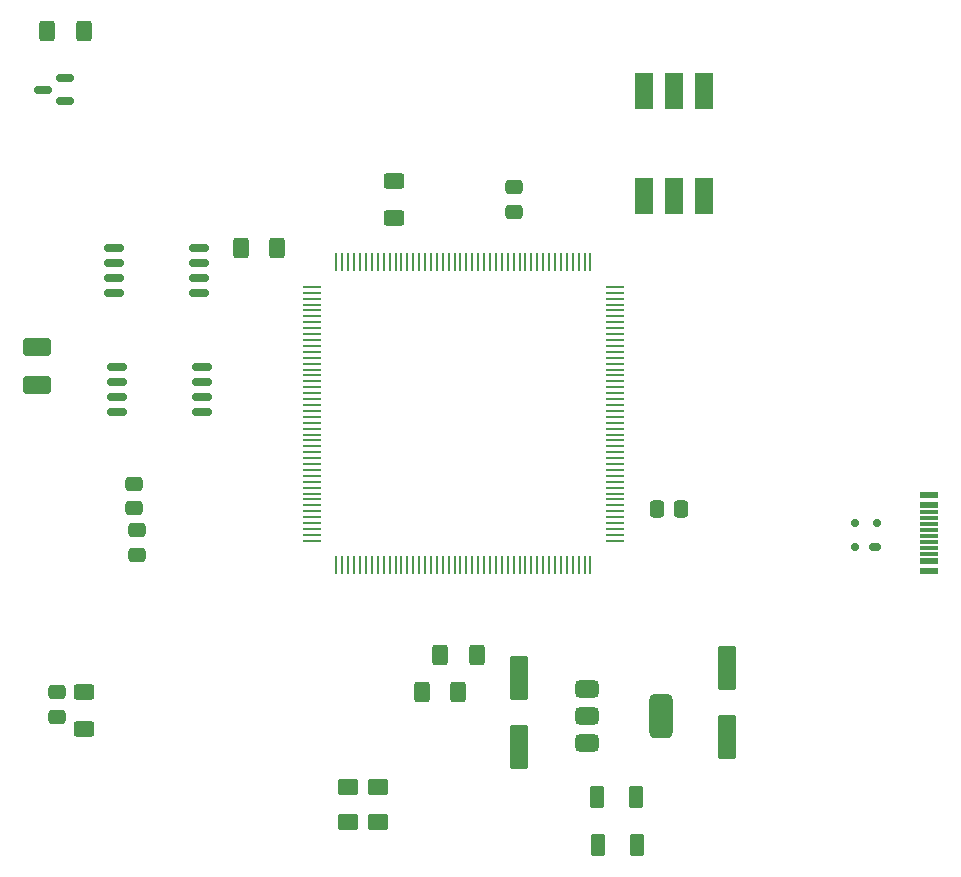
<source format=gbr>
%TF.GenerationSoftware,KiCad,Pcbnew,9.0.5*%
%TF.CreationDate,2025-11-16T19:48:47+01:00*%
%TF.ProjectId,OSCAR_Proc,4f534341-525f-4507-926f-632e6b696361,rev?*%
%TF.SameCoordinates,Original*%
%TF.FileFunction,Paste,Bot*%
%TF.FilePolarity,Positive*%
%FSLAX46Y46*%
G04 Gerber Fmt 4.6, Leading zero omitted, Abs format (unit mm)*
G04 Created by KiCad (PCBNEW 9.0.5) date 2025-11-16 19:48:47*
%MOMM*%
%LPD*%
G01*
G04 APERTURE LIST*
G04 Aperture macros list*
%AMRoundRect*
0 Rectangle with rounded corners*
0 $1 Rounding radius*
0 $2 $3 $4 $5 $6 $7 $8 $9 X,Y pos of 4 corners*
0 Add a 4 corners polygon primitive as box body*
4,1,4,$2,$3,$4,$5,$6,$7,$8,$9,$2,$3,0*
0 Add four circle primitives for the rounded corners*
1,1,$1+$1,$2,$3*
1,1,$1+$1,$4,$5*
1,1,$1+$1,$6,$7*
1,1,$1+$1,$8,$9*
0 Add four rect primitives between the rounded corners*
20,1,$1+$1,$2,$3,$4,$5,0*
20,1,$1+$1,$4,$5,$6,$7,0*
20,1,$1+$1,$6,$7,$8,$9,0*
20,1,$1+$1,$8,$9,$2,$3,0*%
G04 Aperture macros list end*
%ADD10RoundRect,0.250001X0.624999X-0.462499X0.624999X0.462499X-0.624999X0.462499X-0.624999X-0.462499X0*%
%ADD11RoundRect,0.250000X-0.550000X1.625000X-0.550000X-1.625000X0.550000X-1.625000X0.550000X1.625000X0*%
%ADD12RoundRect,0.250000X0.625000X-0.400000X0.625000X0.400000X-0.625000X0.400000X-0.625000X-0.400000X0*%
%ADD13RoundRect,0.162500X0.650000X0.162500X-0.650000X0.162500X-0.650000X-0.162500X0.650000X-0.162500X0*%
%ADD14RoundRect,0.250001X-0.944999X0.507499X-0.944999X-0.507499X0.944999X-0.507499X0.944999X0.507499X0*%
%ADD15RoundRect,0.250000X0.475000X-0.337500X0.475000X0.337500X-0.475000X0.337500X-0.475000X-0.337500X0*%
%ADD16RoundRect,0.250000X0.400000X0.625000X-0.400000X0.625000X-0.400000X-0.625000X0.400000X-0.625000X0*%
%ADD17RoundRect,0.250000X-0.475000X0.337500X-0.475000X-0.337500X0.475000X-0.337500X0.475000X0.337500X0*%
%ADD18RoundRect,0.250000X-0.362500X-0.700000X0.362500X-0.700000X0.362500X0.700000X-0.362500X0.700000X0*%
%ADD19RoundRect,0.150000X0.587500X0.150000X-0.587500X0.150000X-0.587500X-0.150000X0.587500X-0.150000X0*%
%ADD20RoundRect,0.137500X-0.662500X0.137500X-0.662500X-0.137500X0.662500X-0.137500X0.662500X0.137500X0*%
%ADD21RoundRect,0.072500X-0.727500X0.072500X-0.727500X-0.072500X0.727500X-0.072500X0.727500X0.072500X0*%
%ADD22RoundRect,0.071250X-0.728750X0.071250X-0.728750X-0.071250X0.728750X-0.071250X0.728750X0.071250X0*%
%ADD23RoundRect,0.250000X-0.625000X0.400000X-0.625000X-0.400000X0.625000X-0.400000X0.625000X0.400000X0*%
%ADD24RoundRect,0.175000X0.325000X-0.175000X0.325000X0.175000X-0.325000X0.175000X-0.325000X-0.175000X0*%
%ADD25RoundRect,0.150000X0.150000X-0.200000X0.150000X0.200000X-0.150000X0.200000X-0.150000X-0.200000X0*%
%ADD26R,1.562100X0.279400*%
%ADD27R,0.279400X1.562100*%
%ADD28RoundRect,0.375000X-0.625000X-0.375000X0.625000X-0.375000X0.625000X0.375000X-0.625000X0.375000X0*%
%ADD29RoundRect,0.500000X-0.500000X-1.400000X0.500000X-1.400000X0.500000X1.400000X-0.500000X1.400000X0*%
%ADD30RoundRect,0.250000X0.337500X0.475000X-0.337500X0.475000X-0.337500X-0.475000X0.337500X-0.475000X0*%
%ADD31RoundRect,0.250000X-0.550000X1.300000X-0.550000X-1.300000X0.550000X-1.300000X0.550000X1.300000X0*%
G04 APERTURE END LIST*
D10*
%TO.C,D3*%
X138360000Y-108030000D03*
X138360000Y-105055000D03*
%TD*%
D11*
%TO.C,C9*%
X170520000Y-95005000D03*
X170520000Y-100855000D03*
%TD*%
D12*
%TO.C,R2*%
X142260000Y-56880000D03*
X142260000Y-53780000D03*
%TD*%
D13*
%TO.C,U4*%
X125790000Y-59415000D03*
X125790000Y-60685000D03*
X125790000Y-61955000D03*
X125790000Y-63225000D03*
X118615000Y-63225000D03*
X118615000Y-61955000D03*
X118615000Y-60685000D03*
X118615000Y-59415000D03*
%TD*%
D14*
%TO.C,C4*%
X112060000Y-67755000D03*
X112060000Y-71010000D03*
%TD*%
D15*
%TO.C,C7*%
X120515000Y-85382500D03*
X120515000Y-83307500D03*
%TD*%
D10*
%TO.C,D2*%
X140900000Y-108000000D03*
X140900000Y-105025000D03*
%TD*%
D16*
%TO.C,R6*%
X147740000Y-97030000D03*
X144640000Y-97030000D03*
%TD*%
D17*
%TO.C,C8*%
X120240000Y-79382500D03*
X120240000Y-81457500D03*
%TD*%
D16*
%TO.C,R1*%
X132415000Y-59420000D03*
X129315000Y-59420000D03*
%TD*%
D18*
%TO.C,FB2*%
X159437500Y-105890000D03*
X162762500Y-105890000D03*
%TD*%
D19*
%TO.C,Q1*%
X114460000Y-45050000D03*
X114460000Y-46950000D03*
X112585000Y-46000000D03*
%TD*%
D20*
%TO.C,J2*%
X187575000Y-80330000D03*
X187575000Y-81130000D03*
D21*
X187575000Y-82280000D03*
D22*
X187575000Y-83280000D03*
X187575000Y-83780000D03*
D21*
X187575000Y-84780000D03*
D20*
X187575000Y-85930000D03*
X187575000Y-86730000D03*
X187575000Y-86730000D03*
X187575000Y-85930000D03*
D21*
X187575000Y-85280000D03*
X187575000Y-84280000D03*
D22*
X187575000Y-82792500D03*
D21*
X187575000Y-81780000D03*
D20*
X187575000Y-81130000D03*
X187575000Y-80330000D03*
%TD*%
D13*
%TO.C,U2*%
X126015000Y-69465000D03*
X126015000Y-70735000D03*
X126015000Y-72005000D03*
X126015000Y-73275000D03*
X118840000Y-73275000D03*
X118840000Y-72005000D03*
X118840000Y-70735000D03*
X118840000Y-69465000D03*
%TD*%
D16*
%TO.C,R12*%
X116040000Y-41070000D03*
X112940000Y-41070000D03*
%TD*%
D18*
%TO.C,FB1*%
X159537500Y-109950000D03*
X162862500Y-109950000D03*
%TD*%
D23*
%TO.C,R8*%
X116030000Y-97040000D03*
X116030000Y-100140000D03*
%TD*%
D17*
%TO.C,C5*%
X113760000Y-97012500D03*
X113760000Y-99087500D03*
%TD*%
D24*
%TO.C,D1*%
X183020000Y-84710000D03*
D25*
X181320000Y-84710000D03*
X181320000Y-82710000D03*
X183220000Y-82710000D03*
%TD*%
D26*
%TO.C,U1*%
X135331649Y-84203351D03*
X135331649Y-83703350D03*
X135331649Y-83203351D03*
X135331649Y-82703352D03*
X135331649Y-82203350D03*
X135331649Y-81703351D03*
X135331649Y-81203350D03*
X135331649Y-80703351D03*
X135331649Y-80203352D03*
X135331649Y-79703350D03*
X135331649Y-79203351D03*
X135331649Y-78703350D03*
X135331649Y-78203351D03*
X135331649Y-77703352D03*
X135331649Y-77203350D03*
X135331649Y-76703351D03*
X135331649Y-76203350D03*
X135331649Y-75703351D03*
X135331649Y-75203352D03*
X135331649Y-74703350D03*
X135331649Y-74203351D03*
X135331649Y-73703350D03*
X135331649Y-73203350D03*
X135331649Y-72703352D03*
X135331649Y-72203350D03*
X135331649Y-71703351D03*
X135331649Y-71203349D03*
X135331649Y-70703350D03*
X135331649Y-70203351D03*
X135331649Y-69703350D03*
X135331649Y-69203351D03*
X135331649Y-68703349D03*
X135331649Y-68203350D03*
X135331649Y-67703351D03*
X135331649Y-67203350D03*
X135331649Y-66703351D03*
X135331649Y-66203352D03*
X135331649Y-65703350D03*
X135331649Y-65203351D03*
X135331649Y-64703350D03*
X135331649Y-64203351D03*
X135331649Y-63703352D03*
X135331649Y-63203350D03*
X135331649Y-62703351D03*
D27*
X137414998Y-60620000D03*
X137914999Y-60620000D03*
X138414998Y-60620000D03*
X138915000Y-60620000D03*
X139414999Y-60620000D03*
X139914998Y-60620000D03*
X140414999Y-60620000D03*
X140914998Y-60620000D03*
X141415000Y-60620000D03*
X141914999Y-60620000D03*
X142414998Y-60620000D03*
X142914999Y-60620000D03*
X143414998Y-60620000D03*
X143915000Y-60620000D03*
X144414999Y-60620000D03*
X144914998Y-60620000D03*
X145414999Y-60620000D03*
X145914998Y-60620000D03*
X146414997Y-60620000D03*
X146914999Y-60620000D03*
X147414998Y-60620000D03*
X147914999Y-60620000D03*
X148414999Y-60620000D03*
X148914997Y-60620000D03*
X149414999Y-60620000D03*
X149914998Y-60620000D03*
X150415000Y-60620000D03*
X150914999Y-60620000D03*
X151414998Y-60620000D03*
X151914999Y-60620000D03*
X152414998Y-60620000D03*
X152915000Y-60620000D03*
X153414999Y-60620000D03*
X153914998Y-60620000D03*
X154414999Y-60620000D03*
X154914998Y-60620000D03*
X155415000Y-60620000D03*
X155914999Y-60620000D03*
X156414998Y-60620000D03*
X156914999Y-60620000D03*
X157414998Y-60620000D03*
X157915000Y-60620000D03*
X158414999Y-60620000D03*
X158914998Y-60620000D03*
D26*
X160998349Y-62703349D03*
X160998349Y-63203350D03*
X160998349Y-63703349D03*
X160998349Y-64203351D03*
X160998349Y-64703350D03*
X160998349Y-65203349D03*
X160998349Y-65703350D03*
X160998349Y-66203349D03*
X160998349Y-66703351D03*
X160998349Y-67203350D03*
X160998349Y-67703349D03*
X160998349Y-68203350D03*
X160998349Y-68703349D03*
X160998349Y-69203351D03*
X160998349Y-69703350D03*
X160998349Y-70203349D03*
X160998349Y-70703350D03*
X160998349Y-71203349D03*
X160998349Y-71703348D03*
X160998349Y-72203350D03*
X160998349Y-72703349D03*
X160998349Y-73203350D03*
X160998349Y-73703350D03*
X160998349Y-74203348D03*
X160998349Y-74703350D03*
X160998349Y-75203349D03*
X160998349Y-75703351D03*
X160998349Y-76203350D03*
X160998349Y-76703349D03*
X160998349Y-77203350D03*
X160998349Y-77703349D03*
X160998349Y-78203351D03*
X160998349Y-78703350D03*
X160998349Y-79203349D03*
X160998349Y-79703350D03*
X160998349Y-80203349D03*
X160998349Y-80703351D03*
X160998349Y-81203350D03*
X160998349Y-81703349D03*
X160998349Y-82203350D03*
X160998349Y-82703349D03*
X160998349Y-83203351D03*
X160998349Y-83703350D03*
X160998349Y-84203349D03*
D27*
X158915000Y-86286700D03*
X158414999Y-86286700D03*
X157915000Y-86286700D03*
X157414998Y-86286700D03*
X156914999Y-86286700D03*
X156415000Y-86286700D03*
X155914999Y-86286700D03*
X155415000Y-86286700D03*
X154914998Y-86286700D03*
X154414999Y-86286700D03*
X153915000Y-86286700D03*
X153414999Y-86286700D03*
X152915000Y-86286700D03*
X152414998Y-86286700D03*
X151914999Y-86286700D03*
X151415000Y-86286700D03*
X150914999Y-86286700D03*
X150415000Y-86286700D03*
X149915001Y-86286700D03*
X149414999Y-86286700D03*
X148915000Y-86286700D03*
X148414999Y-86286700D03*
X147914999Y-86286700D03*
X147415001Y-86286700D03*
X146914999Y-86286700D03*
X146415000Y-86286700D03*
X145914998Y-86286700D03*
X145414999Y-86286700D03*
X144915000Y-86286700D03*
X144414999Y-86286700D03*
X143915000Y-86286700D03*
X143414998Y-86286700D03*
X142914999Y-86286700D03*
X142415000Y-86286700D03*
X141914999Y-86286700D03*
X141415000Y-86286700D03*
X140914998Y-86286700D03*
X140414999Y-86286700D03*
X139915000Y-86286700D03*
X139414999Y-86286700D03*
X138915000Y-86286700D03*
X138414998Y-86286700D03*
X137914999Y-86286700D03*
X137415000Y-86286700D03*
%TD*%
D16*
%TO.C,R7*%
X149280000Y-93830000D03*
X146180000Y-93830000D03*
%TD*%
D11*
%TO.C,C10*%
X152840000Y-95815000D03*
X152840000Y-101665000D03*
%TD*%
D28*
%TO.C,U8*%
X158620000Y-101350000D03*
X158620000Y-99050000D03*
D29*
X164920000Y-99050000D03*
D28*
X158620000Y-96750000D03*
%TD*%
D30*
%TO.C,C2*%
X166587500Y-81500000D03*
X164512500Y-81500000D03*
%TD*%
D31*
%TO.C,U7*%
X163440000Y-46140000D03*
X165980000Y-46140000D03*
X168520000Y-46140000D03*
X168520000Y-55030000D03*
X165980000Y-55030000D03*
X163440000Y-55030000D03*
%TD*%
D17*
%TO.C,C1*%
X152465000Y-54282500D03*
X152465000Y-56357500D03*
%TD*%
M02*

</source>
